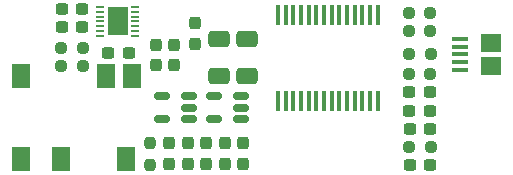
<source format=gtp>
%TF.GenerationSoftware,KiCad,Pcbnew,(6.0.1-0)*%
%TF.CreationDate,2022-02-08T21:01:33-05:00*%
%TF.ProjectId,usbAudio,75736241-7564-4696-9f2e-6b696361645f,rev?*%
%TF.SameCoordinates,Original*%
%TF.FileFunction,Paste,Top*%
%TF.FilePolarity,Positive*%
%FSLAX46Y46*%
G04 Gerber Fmt 4.6, Leading zero omitted, Abs format (unit mm)*
G04 Created by KiCad (PCBNEW (6.0.1-0)) date 2022-02-08 21:01:33*
%MOMM*%
%LPD*%
G01*
G04 APERTURE LIST*
G04 Aperture macros list*
%AMRoundRect*
0 Rectangle with rounded corners*
0 $1 Rounding radius*
0 $2 $3 $4 $5 $6 $7 $8 $9 X,Y pos of 4 corners*
0 Add a 4 corners polygon primitive as box body*
4,1,4,$2,$3,$4,$5,$6,$7,$8,$9,$2,$3,0*
0 Add four circle primitives for the rounded corners*
1,1,$1+$1,$2,$3*
1,1,$1+$1,$4,$5*
1,1,$1+$1,$6,$7*
1,1,$1+$1,$8,$9*
0 Add four rect primitives between the rounded corners*
20,1,$1+$1,$2,$3,$4,$5,0*
20,1,$1+$1,$4,$5,$6,$7,0*
20,1,$1+$1,$6,$7,$8,$9,0*
20,1,$1+$1,$8,$9,$2,$3,0*%
G04 Aperture macros list end*
%ADD10RoundRect,0.237500X-0.250000X-0.237500X0.250000X-0.237500X0.250000X0.237500X-0.250000X0.237500X0*%
%ADD11R,0.431800X1.651000*%
%ADD12RoundRect,0.150000X0.512500X0.150000X-0.512500X0.150000X-0.512500X-0.150000X0.512500X-0.150000X0*%
%ADD13RoundRect,0.237500X-0.237500X0.300000X-0.237500X-0.300000X0.237500X-0.300000X0.237500X0.300000X0*%
%ADD14RoundRect,0.237500X0.300000X0.237500X-0.300000X0.237500X-0.300000X-0.237500X0.300000X-0.237500X0*%
%ADD15RoundRect,0.237500X-0.300000X-0.237500X0.300000X-0.237500X0.300000X0.237500X-0.300000X0.237500X0*%
%ADD16RoundRect,0.237500X0.237500X-0.300000X0.237500X0.300000X-0.237500X0.300000X-0.237500X-0.300000X0*%
%ADD17RoundRect,0.250000X0.650000X-0.412500X0.650000X0.412500X-0.650000X0.412500X-0.650000X-0.412500X0*%
%ADD18R,0.711200X0.203200*%
%ADD19R,1.701800X2.387600*%
%ADD20RoundRect,0.237500X-0.237500X0.250000X-0.237500X-0.250000X0.237500X-0.250000X0.237500X0.250000X0*%
%ADD21RoundRect,0.250000X-0.650000X0.412500X-0.650000X-0.412500X0.650000X-0.412500X0.650000X0.412500X0*%
%ADD22R,1.651000X1.498600*%
%ADD23R,1.346200X0.457200*%
%ADD24R,1.500000X2.000000*%
G04 APERTURE END LIST*
D10*
%TO.C,R7*%
X60717500Y-78659400D03*
X62542500Y-78659400D03*
%TD*%
%TO.C,R8*%
X60717500Y-77110000D03*
X62542500Y-77110000D03*
%TD*%
%TO.C,R6*%
X91996900Y-77647800D03*
X90171900Y-77647800D03*
%TD*%
D11*
%TO.C,U1*%
X87518001Y-74345800D03*
X86868000Y-74345800D03*
X86218001Y-74345800D03*
X85568000Y-74345800D03*
X84918002Y-74345800D03*
X84268000Y-74345800D03*
X83618002Y-74345800D03*
X82968003Y-74345800D03*
X82318002Y-74345800D03*
X81668003Y-74345800D03*
X81018002Y-74345800D03*
X80368003Y-74345800D03*
X79718002Y-74345800D03*
X79068003Y-74345800D03*
X79068001Y-81610200D03*
X79718002Y-81610200D03*
X80368001Y-81610200D03*
X81018002Y-81610200D03*
X81668000Y-81610200D03*
X82318002Y-81610200D03*
X82968000Y-81610200D03*
X83618002Y-81610200D03*
X84268000Y-81610200D03*
X84918002Y-81610200D03*
X85568000Y-81610200D03*
X86218001Y-81610200D03*
X86868000Y-81610200D03*
X87518001Y-81610200D03*
%TD*%
D12*
%TO.C,U4*%
X71520900Y-83134200D03*
X71520900Y-82184200D03*
X71520900Y-81234200D03*
X69245900Y-81234200D03*
X69245900Y-83134200D03*
%TD*%
%TO.C,U3*%
X75917500Y-83130000D03*
X75917500Y-82180000D03*
X75917500Y-81230000D03*
X73642500Y-81230000D03*
X73642500Y-83130000D03*
%TD*%
D13*
%TO.C,C17*%
X69850000Y-86943100D03*
X69850000Y-85218100D03*
%TD*%
%TO.C,C16*%
X71424800Y-86943100D03*
X71424800Y-85218100D03*
%TD*%
%TO.C,C13*%
X72974200Y-86943100D03*
X72974200Y-85218100D03*
%TD*%
D14*
%TO.C,C6*%
X64694700Y-77532000D03*
X66419700Y-77532000D03*
%TD*%
D15*
%TO.C,C15*%
X90223000Y-87045800D03*
X91948000Y-87045800D03*
%TD*%
D10*
%TO.C,R4*%
X90145700Y-74129900D03*
X91970700Y-74129900D03*
%TD*%
%TO.C,R5*%
X90145700Y-75653900D03*
X91970700Y-75653900D03*
%TD*%
%TO.C,R9*%
X91969600Y-79325300D03*
X90144600Y-79325300D03*
%TD*%
%TO.C,R10*%
X90170000Y-85521800D03*
X91995000Y-85521800D03*
%TD*%
D15*
%TO.C,C14*%
X90223000Y-83997800D03*
X91948000Y-83997800D03*
%TD*%
D14*
%TO.C,C9*%
X91900000Y-82473800D03*
X90175000Y-82473800D03*
%TD*%
D15*
%TO.C,C12*%
X91922600Y-80900100D03*
X90197600Y-80900100D03*
%TD*%
D16*
%TO.C,C10*%
X76150000Y-86942500D03*
X76150000Y-85217500D03*
%TD*%
%TO.C,C11*%
X74600000Y-85205000D03*
X74600000Y-86930000D03*
%TD*%
D17*
%TO.C,C3*%
X74041000Y-79476600D03*
X74041000Y-76351600D03*
%TD*%
D18*
%TO.C,U2*%
X67005800Y-76082000D03*
X67005800Y-75682001D03*
X67005800Y-75281999D03*
X67005800Y-74882000D03*
X67005800Y-74482001D03*
X67005800Y-74081999D03*
X67005800Y-73682000D03*
X64008600Y-73682000D03*
X64008600Y-74081999D03*
X64008600Y-74482001D03*
X64008600Y-74882000D03*
X64008600Y-75281999D03*
X64008600Y-75682001D03*
X64008600Y-76082000D03*
D19*
X65507200Y-74882000D03*
%TD*%
D20*
%TO.C,R1*%
X68275200Y-87018500D03*
X68275200Y-85193500D03*
%TD*%
D14*
%TO.C,C4*%
X60757900Y-75387200D03*
X62482900Y-75387200D03*
%TD*%
%TO.C,C2*%
X60757900Y-73863200D03*
X62482900Y-73863200D03*
%TD*%
D21*
%TO.C,C5*%
X76425000Y-76350000D03*
X76425000Y-79475000D03*
%TD*%
D22*
%TO.C,J1*%
X97137601Y-76668599D03*
X97137601Y-78668601D03*
D23*
X94462600Y-76368600D03*
X94462600Y-77018601D03*
X94462600Y-77668600D03*
X94462600Y-78318599D03*
X94462600Y-78968600D03*
%TD*%
D13*
%TO.C,C7*%
X68757800Y-76886900D03*
X68757800Y-78611900D03*
%TD*%
D24*
%TO.C,J3*%
X66219600Y-86532600D03*
X66719600Y-79532600D03*
X64519600Y-79532600D03*
X60719600Y-86532600D03*
X57319600Y-79532600D03*
X57319600Y-86532600D03*
%TD*%
D16*
%TO.C,C1*%
X72085200Y-75031600D03*
X72085200Y-76756600D03*
%TD*%
D13*
%TO.C,C8*%
X70307200Y-78610800D03*
X70307200Y-76885800D03*
%TD*%
M02*

</source>
